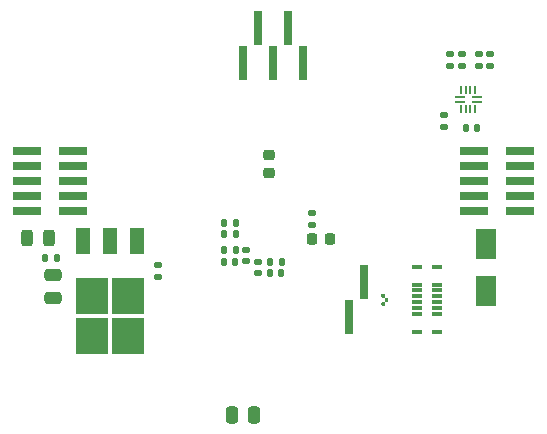
<source format=gbr>
%TF.GenerationSoftware,KiCad,Pcbnew,(6.0.9)*%
%TF.CreationDate,2023-01-25T10:50:16+01:00*%
%TF.ProjectId,BatteryManagementBoard,42617474-6572-4794-9d61-6e6167656d65,rev?*%
%TF.SameCoordinates,Original*%
%TF.FileFunction,Paste,Top*%
%TF.FilePolarity,Positive*%
%FSLAX46Y46*%
G04 Gerber Fmt 4.6, Leading zero omitted, Abs format (unit mm)*
G04 Created by KiCad (PCBNEW (6.0.9)) date 2023-01-25 10:50:16*
%MOMM*%
%LPD*%
G01*
G04 APERTURE LIST*
G04 Aperture macros list*
%AMRoundRect*
0 Rectangle with rounded corners*
0 $1 Rounding radius*
0 $2 $3 $4 $5 $6 $7 $8 $9 X,Y pos of 4 corners*
0 Add a 4 corners polygon primitive as box body*
4,1,4,$2,$3,$4,$5,$6,$7,$8,$9,$2,$3,0*
0 Add four circle primitives for the rounded corners*
1,1,$1+$1,$2,$3*
1,1,$1+$1,$4,$5*
1,1,$1+$1,$6,$7*
1,1,$1+$1,$8,$9*
0 Add four rect primitives between the rounded corners*
20,1,$1+$1,$2,$3,$4,$5,0*
20,1,$1+$1,$4,$5,$6,$7,0*
20,1,$1+$1,$6,$7,$8,$9,0*
20,1,$1+$1,$8,$9,$2,$3,0*%
G04 Aperture macros list end*
%ADD10C,0.010000*%
%ADD11RoundRect,0.225000X-0.225000X-0.250000X0.225000X-0.250000X0.225000X0.250000X-0.225000X0.250000X0*%
%ADD12RoundRect,0.135000X0.135000X0.185000X-0.135000X0.185000X-0.135000X-0.185000X0.135000X-0.185000X0*%
%ADD13RoundRect,0.140000X-0.140000X-0.170000X0.140000X-0.170000X0.140000X0.170000X-0.140000X0.170000X0*%
%ADD14RoundRect,0.050000X0.375000X0.050000X-0.375000X0.050000X-0.375000X-0.050000X0.375000X-0.050000X0*%
%ADD15RoundRect,0.050000X0.050000X0.275000X-0.050000X0.275000X-0.050000X-0.275000X0.050000X-0.275000X0*%
%ADD16RoundRect,0.140000X0.140000X0.170000X-0.140000X0.170000X-0.140000X-0.170000X0.140000X-0.170000X0*%
%ADD17R,0.870000X0.300000*%
%ADD18RoundRect,0.140000X-0.170000X0.140000X-0.170000X-0.140000X0.170000X-0.140000X0.170000X0.140000X0*%
%ADD19RoundRect,0.225000X0.250000X-0.225000X0.250000X0.225000X-0.250000X0.225000X-0.250000X-0.225000X0*%
%ADD20R,1.800000X2.500000*%
%ADD21R,2.400000X0.740000*%
%ADD22RoundRect,0.250000X-0.475000X0.250000X-0.475000X-0.250000X0.475000X-0.250000X0.475000X0.250000X0*%
%ADD23RoundRect,0.135000X-0.185000X0.135000X-0.185000X-0.135000X0.185000X-0.135000X0.185000X0.135000X0*%
%ADD24R,0.650000X3.000000*%
%ADD25RoundRect,0.135000X-0.135000X-0.185000X0.135000X-0.185000X0.135000X0.185000X-0.135000X0.185000X0*%
%ADD26RoundRect,0.243750X-0.243750X-0.456250X0.243750X-0.456250X0.243750X0.456250X-0.243750X0.456250X0*%
%ADD27RoundRect,0.135000X0.185000X-0.135000X0.185000X0.135000X-0.185000X0.135000X-0.185000X-0.135000X0*%
%ADD28RoundRect,0.250000X-0.250000X-0.475000X0.250000X-0.475000X0.250000X0.475000X-0.250000X0.475000X0*%
%ADD29R,2.750000X3.050000*%
%ADD30R,1.200000X2.200000*%
G04 APERTURE END LIST*
%TO.C,D202*%
G36*
X159613000Y-109896000D02*
G01*
X159615000Y-109896000D01*
X159618000Y-109897000D01*
X159620000Y-109897000D01*
X159623000Y-109898000D01*
X159625000Y-109899000D01*
X159628000Y-109900000D01*
X159630000Y-109902000D01*
X159632000Y-109903000D01*
X159634000Y-109905000D01*
X159636000Y-109906000D01*
X159644000Y-109914000D01*
X159645000Y-109916000D01*
X159647000Y-109918000D01*
X159648000Y-109920000D01*
X159650000Y-109922000D01*
X159651000Y-109925000D01*
X159652000Y-109927000D01*
X159653000Y-109930000D01*
X159653000Y-109932000D01*
X159654000Y-109935000D01*
X159654000Y-109937000D01*
X159655000Y-109940000D01*
X159655000Y-110060000D01*
X159654000Y-110063000D01*
X159654000Y-110065000D01*
X159653000Y-110068000D01*
X159653000Y-110070000D01*
X159652000Y-110073000D01*
X159651000Y-110075000D01*
X159650000Y-110078000D01*
X159648000Y-110080000D01*
X159647000Y-110082000D01*
X159645000Y-110084000D01*
X159644000Y-110086000D01*
X159636000Y-110094000D01*
X159634000Y-110095000D01*
X159632000Y-110097000D01*
X159630000Y-110098000D01*
X159628000Y-110100000D01*
X159625000Y-110101000D01*
X159623000Y-110102000D01*
X159620000Y-110103000D01*
X159618000Y-110103000D01*
X159615000Y-110104000D01*
X159613000Y-110104000D01*
X159610000Y-110105000D01*
X159490000Y-110105000D01*
X159487000Y-110104000D01*
X159485000Y-110104000D01*
X159482000Y-110103000D01*
X159480000Y-110103000D01*
X159477000Y-110102000D01*
X159475000Y-110101000D01*
X159472000Y-110100000D01*
X159470000Y-110098000D01*
X159468000Y-110097000D01*
X159466000Y-110095000D01*
X159464000Y-110094000D01*
X159456000Y-110086000D01*
X159455000Y-110084000D01*
X159453000Y-110082000D01*
X159452000Y-110080000D01*
X159450000Y-110078000D01*
X159449000Y-110075000D01*
X159448000Y-110073000D01*
X159447000Y-110070000D01*
X159447000Y-110068000D01*
X159446000Y-110065000D01*
X159446000Y-110063000D01*
X159445000Y-110060000D01*
X159445000Y-109940000D01*
X159446000Y-109937000D01*
X159446000Y-109935000D01*
X159447000Y-109932000D01*
X159447000Y-109930000D01*
X159448000Y-109927000D01*
X159449000Y-109925000D01*
X159450000Y-109922000D01*
X159452000Y-109920000D01*
X159453000Y-109918000D01*
X159455000Y-109916000D01*
X159456000Y-109914000D01*
X159464000Y-109906000D01*
X159466000Y-109905000D01*
X159468000Y-109903000D01*
X159470000Y-109902000D01*
X159472000Y-109900000D01*
X159475000Y-109899000D01*
X159477000Y-109898000D01*
X159480000Y-109897000D01*
X159482000Y-109897000D01*
X159485000Y-109896000D01*
X159487000Y-109896000D01*
X159490000Y-109895000D01*
X159610000Y-109895000D01*
X159613000Y-109896000D01*
G37*
D10*
X159613000Y-109896000D02*
X159615000Y-109896000D01*
X159618000Y-109897000D01*
X159620000Y-109897000D01*
X159623000Y-109898000D01*
X159625000Y-109899000D01*
X159628000Y-109900000D01*
X159630000Y-109902000D01*
X159632000Y-109903000D01*
X159634000Y-109905000D01*
X159636000Y-109906000D01*
X159644000Y-109914000D01*
X159645000Y-109916000D01*
X159647000Y-109918000D01*
X159648000Y-109920000D01*
X159650000Y-109922000D01*
X159651000Y-109925000D01*
X159652000Y-109927000D01*
X159653000Y-109930000D01*
X159653000Y-109932000D01*
X159654000Y-109935000D01*
X159654000Y-109937000D01*
X159655000Y-109940000D01*
X159655000Y-110060000D01*
X159654000Y-110063000D01*
X159654000Y-110065000D01*
X159653000Y-110068000D01*
X159653000Y-110070000D01*
X159652000Y-110073000D01*
X159651000Y-110075000D01*
X159650000Y-110078000D01*
X159648000Y-110080000D01*
X159647000Y-110082000D01*
X159645000Y-110084000D01*
X159644000Y-110086000D01*
X159636000Y-110094000D01*
X159634000Y-110095000D01*
X159632000Y-110097000D01*
X159630000Y-110098000D01*
X159628000Y-110100000D01*
X159625000Y-110101000D01*
X159623000Y-110102000D01*
X159620000Y-110103000D01*
X159618000Y-110103000D01*
X159615000Y-110104000D01*
X159613000Y-110104000D01*
X159610000Y-110105000D01*
X159490000Y-110105000D01*
X159487000Y-110104000D01*
X159485000Y-110104000D01*
X159482000Y-110103000D01*
X159480000Y-110103000D01*
X159477000Y-110102000D01*
X159475000Y-110101000D01*
X159472000Y-110100000D01*
X159470000Y-110098000D01*
X159468000Y-110097000D01*
X159466000Y-110095000D01*
X159464000Y-110094000D01*
X159456000Y-110086000D01*
X159455000Y-110084000D01*
X159453000Y-110082000D01*
X159452000Y-110080000D01*
X159450000Y-110078000D01*
X159449000Y-110075000D01*
X159448000Y-110073000D01*
X159447000Y-110070000D01*
X159447000Y-110068000D01*
X159446000Y-110065000D01*
X159446000Y-110063000D01*
X159445000Y-110060000D01*
X159445000Y-109940000D01*
X159446000Y-109937000D01*
X159446000Y-109935000D01*
X159447000Y-109932000D01*
X159447000Y-109930000D01*
X159448000Y-109927000D01*
X159449000Y-109925000D01*
X159450000Y-109922000D01*
X159452000Y-109920000D01*
X159453000Y-109918000D01*
X159455000Y-109916000D01*
X159456000Y-109914000D01*
X159464000Y-109906000D01*
X159466000Y-109905000D01*
X159468000Y-109903000D01*
X159470000Y-109902000D01*
X159472000Y-109900000D01*
X159475000Y-109899000D01*
X159477000Y-109898000D01*
X159480000Y-109897000D01*
X159482000Y-109897000D01*
X159485000Y-109896000D01*
X159487000Y-109896000D01*
X159490000Y-109895000D01*
X159610000Y-109895000D01*
X159613000Y-109896000D01*
G36*
X159313000Y-109556000D02*
G01*
X159315000Y-109556000D01*
X159318000Y-109557000D01*
X159320000Y-109557000D01*
X159323000Y-109558000D01*
X159325000Y-109559000D01*
X159328000Y-109560000D01*
X159330000Y-109562000D01*
X159332000Y-109563000D01*
X159334000Y-109565000D01*
X159336000Y-109566000D01*
X159344000Y-109574000D01*
X159345000Y-109576000D01*
X159347000Y-109578000D01*
X159348000Y-109580000D01*
X159350000Y-109582000D01*
X159351000Y-109585000D01*
X159352000Y-109587000D01*
X159353000Y-109590000D01*
X159353000Y-109592000D01*
X159354000Y-109595000D01*
X159354000Y-109597000D01*
X159355000Y-109600000D01*
X159355000Y-109720000D01*
X159354000Y-109723000D01*
X159354000Y-109725000D01*
X159353000Y-109728000D01*
X159353000Y-109730000D01*
X159352000Y-109733000D01*
X159351000Y-109735000D01*
X159350000Y-109738000D01*
X159348000Y-109740000D01*
X159347000Y-109742000D01*
X159345000Y-109744000D01*
X159344000Y-109746000D01*
X159336000Y-109754000D01*
X159334000Y-109755000D01*
X159332000Y-109757000D01*
X159330000Y-109758000D01*
X159328000Y-109760000D01*
X159325000Y-109761000D01*
X159323000Y-109762000D01*
X159320000Y-109763000D01*
X159318000Y-109763000D01*
X159315000Y-109764000D01*
X159313000Y-109764000D01*
X159310000Y-109765000D01*
X159190000Y-109765000D01*
X159187000Y-109764000D01*
X159185000Y-109764000D01*
X159182000Y-109763000D01*
X159180000Y-109763000D01*
X159177000Y-109762000D01*
X159175000Y-109761000D01*
X159172000Y-109760000D01*
X159170000Y-109758000D01*
X159168000Y-109757000D01*
X159166000Y-109755000D01*
X159164000Y-109754000D01*
X159156000Y-109746000D01*
X159155000Y-109744000D01*
X159153000Y-109742000D01*
X159152000Y-109740000D01*
X159150000Y-109738000D01*
X159149000Y-109735000D01*
X159148000Y-109733000D01*
X159147000Y-109730000D01*
X159147000Y-109728000D01*
X159146000Y-109725000D01*
X159146000Y-109723000D01*
X159145000Y-109720000D01*
X159145000Y-109600000D01*
X159146000Y-109597000D01*
X159146000Y-109595000D01*
X159147000Y-109592000D01*
X159147000Y-109590000D01*
X159148000Y-109587000D01*
X159149000Y-109585000D01*
X159150000Y-109582000D01*
X159152000Y-109580000D01*
X159153000Y-109578000D01*
X159155000Y-109576000D01*
X159156000Y-109574000D01*
X159164000Y-109566000D01*
X159166000Y-109565000D01*
X159168000Y-109563000D01*
X159170000Y-109562000D01*
X159172000Y-109560000D01*
X159175000Y-109559000D01*
X159177000Y-109558000D01*
X159180000Y-109557000D01*
X159182000Y-109557000D01*
X159185000Y-109556000D01*
X159187000Y-109556000D01*
X159190000Y-109555000D01*
X159310000Y-109555000D01*
X159313000Y-109556000D01*
G37*
X159313000Y-109556000D02*
X159315000Y-109556000D01*
X159318000Y-109557000D01*
X159320000Y-109557000D01*
X159323000Y-109558000D01*
X159325000Y-109559000D01*
X159328000Y-109560000D01*
X159330000Y-109562000D01*
X159332000Y-109563000D01*
X159334000Y-109565000D01*
X159336000Y-109566000D01*
X159344000Y-109574000D01*
X159345000Y-109576000D01*
X159347000Y-109578000D01*
X159348000Y-109580000D01*
X159350000Y-109582000D01*
X159351000Y-109585000D01*
X159352000Y-109587000D01*
X159353000Y-109590000D01*
X159353000Y-109592000D01*
X159354000Y-109595000D01*
X159354000Y-109597000D01*
X159355000Y-109600000D01*
X159355000Y-109720000D01*
X159354000Y-109723000D01*
X159354000Y-109725000D01*
X159353000Y-109728000D01*
X159353000Y-109730000D01*
X159352000Y-109733000D01*
X159351000Y-109735000D01*
X159350000Y-109738000D01*
X159348000Y-109740000D01*
X159347000Y-109742000D01*
X159345000Y-109744000D01*
X159344000Y-109746000D01*
X159336000Y-109754000D01*
X159334000Y-109755000D01*
X159332000Y-109757000D01*
X159330000Y-109758000D01*
X159328000Y-109760000D01*
X159325000Y-109761000D01*
X159323000Y-109762000D01*
X159320000Y-109763000D01*
X159318000Y-109763000D01*
X159315000Y-109764000D01*
X159313000Y-109764000D01*
X159310000Y-109765000D01*
X159190000Y-109765000D01*
X159187000Y-109764000D01*
X159185000Y-109764000D01*
X159182000Y-109763000D01*
X159180000Y-109763000D01*
X159177000Y-109762000D01*
X159175000Y-109761000D01*
X159172000Y-109760000D01*
X159170000Y-109758000D01*
X159168000Y-109757000D01*
X159166000Y-109755000D01*
X159164000Y-109754000D01*
X159156000Y-109746000D01*
X159155000Y-109744000D01*
X159153000Y-109742000D01*
X159152000Y-109740000D01*
X159150000Y-109738000D01*
X159149000Y-109735000D01*
X159148000Y-109733000D01*
X159147000Y-109730000D01*
X159147000Y-109728000D01*
X159146000Y-109725000D01*
X159146000Y-109723000D01*
X159145000Y-109720000D01*
X159145000Y-109600000D01*
X159146000Y-109597000D01*
X159146000Y-109595000D01*
X159147000Y-109592000D01*
X159147000Y-109590000D01*
X159148000Y-109587000D01*
X159149000Y-109585000D01*
X159150000Y-109582000D01*
X159152000Y-109580000D01*
X159153000Y-109578000D01*
X159155000Y-109576000D01*
X159156000Y-109574000D01*
X159164000Y-109566000D01*
X159166000Y-109565000D01*
X159168000Y-109563000D01*
X159170000Y-109562000D01*
X159172000Y-109560000D01*
X159175000Y-109559000D01*
X159177000Y-109558000D01*
X159180000Y-109557000D01*
X159182000Y-109557000D01*
X159185000Y-109556000D01*
X159187000Y-109556000D01*
X159190000Y-109555000D01*
X159310000Y-109555000D01*
X159313000Y-109556000D01*
G36*
X159313000Y-110236000D02*
G01*
X159315000Y-110236000D01*
X159318000Y-110237000D01*
X159320000Y-110237000D01*
X159323000Y-110238000D01*
X159325000Y-110239000D01*
X159328000Y-110240000D01*
X159330000Y-110242000D01*
X159332000Y-110243000D01*
X159334000Y-110245000D01*
X159336000Y-110246000D01*
X159344000Y-110254000D01*
X159345000Y-110256000D01*
X159347000Y-110258000D01*
X159348000Y-110260000D01*
X159350000Y-110262000D01*
X159351000Y-110265000D01*
X159352000Y-110267000D01*
X159353000Y-110270000D01*
X159353000Y-110272000D01*
X159354000Y-110275000D01*
X159354000Y-110277000D01*
X159355000Y-110280000D01*
X159355000Y-110400000D01*
X159354000Y-110403000D01*
X159354000Y-110405000D01*
X159353000Y-110408000D01*
X159353000Y-110410000D01*
X159352000Y-110413000D01*
X159351000Y-110415000D01*
X159350000Y-110418000D01*
X159348000Y-110420000D01*
X159347000Y-110422000D01*
X159345000Y-110424000D01*
X159344000Y-110426000D01*
X159336000Y-110434000D01*
X159334000Y-110435000D01*
X159332000Y-110437000D01*
X159330000Y-110438000D01*
X159328000Y-110440000D01*
X159325000Y-110441000D01*
X159323000Y-110442000D01*
X159320000Y-110443000D01*
X159318000Y-110443000D01*
X159315000Y-110444000D01*
X159313000Y-110444000D01*
X159310000Y-110445000D01*
X159190000Y-110445000D01*
X159187000Y-110444000D01*
X159185000Y-110444000D01*
X159182000Y-110443000D01*
X159180000Y-110443000D01*
X159177000Y-110442000D01*
X159175000Y-110441000D01*
X159172000Y-110440000D01*
X159170000Y-110438000D01*
X159168000Y-110437000D01*
X159166000Y-110435000D01*
X159164000Y-110434000D01*
X159156000Y-110426000D01*
X159155000Y-110424000D01*
X159153000Y-110422000D01*
X159152000Y-110420000D01*
X159150000Y-110418000D01*
X159149000Y-110415000D01*
X159148000Y-110413000D01*
X159147000Y-110410000D01*
X159147000Y-110408000D01*
X159146000Y-110405000D01*
X159146000Y-110403000D01*
X159145000Y-110400000D01*
X159145000Y-110280000D01*
X159146000Y-110277000D01*
X159146000Y-110275000D01*
X159147000Y-110272000D01*
X159147000Y-110270000D01*
X159148000Y-110267000D01*
X159149000Y-110265000D01*
X159150000Y-110262000D01*
X159152000Y-110260000D01*
X159153000Y-110258000D01*
X159155000Y-110256000D01*
X159156000Y-110254000D01*
X159164000Y-110246000D01*
X159166000Y-110245000D01*
X159168000Y-110243000D01*
X159170000Y-110242000D01*
X159172000Y-110240000D01*
X159175000Y-110239000D01*
X159177000Y-110238000D01*
X159180000Y-110237000D01*
X159182000Y-110237000D01*
X159185000Y-110236000D01*
X159187000Y-110236000D01*
X159190000Y-110235000D01*
X159310000Y-110235000D01*
X159313000Y-110236000D01*
G37*
X159313000Y-110236000D02*
X159315000Y-110236000D01*
X159318000Y-110237000D01*
X159320000Y-110237000D01*
X159323000Y-110238000D01*
X159325000Y-110239000D01*
X159328000Y-110240000D01*
X159330000Y-110242000D01*
X159332000Y-110243000D01*
X159334000Y-110245000D01*
X159336000Y-110246000D01*
X159344000Y-110254000D01*
X159345000Y-110256000D01*
X159347000Y-110258000D01*
X159348000Y-110260000D01*
X159350000Y-110262000D01*
X159351000Y-110265000D01*
X159352000Y-110267000D01*
X159353000Y-110270000D01*
X159353000Y-110272000D01*
X159354000Y-110275000D01*
X159354000Y-110277000D01*
X159355000Y-110280000D01*
X159355000Y-110400000D01*
X159354000Y-110403000D01*
X159354000Y-110405000D01*
X159353000Y-110408000D01*
X159353000Y-110410000D01*
X159352000Y-110413000D01*
X159351000Y-110415000D01*
X159350000Y-110418000D01*
X159348000Y-110420000D01*
X159347000Y-110422000D01*
X159345000Y-110424000D01*
X159344000Y-110426000D01*
X159336000Y-110434000D01*
X159334000Y-110435000D01*
X159332000Y-110437000D01*
X159330000Y-110438000D01*
X159328000Y-110440000D01*
X159325000Y-110441000D01*
X159323000Y-110442000D01*
X159320000Y-110443000D01*
X159318000Y-110443000D01*
X159315000Y-110444000D01*
X159313000Y-110444000D01*
X159310000Y-110445000D01*
X159190000Y-110445000D01*
X159187000Y-110444000D01*
X159185000Y-110444000D01*
X159182000Y-110443000D01*
X159180000Y-110443000D01*
X159177000Y-110442000D01*
X159175000Y-110441000D01*
X159172000Y-110440000D01*
X159170000Y-110438000D01*
X159168000Y-110437000D01*
X159166000Y-110435000D01*
X159164000Y-110434000D01*
X159156000Y-110426000D01*
X159155000Y-110424000D01*
X159153000Y-110422000D01*
X159152000Y-110420000D01*
X159150000Y-110418000D01*
X159149000Y-110415000D01*
X159148000Y-110413000D01*
X159147000Y-110410000D01*
X159147000Y-110408000D01*
X159146000Y-110405000D01*
X159146000Y-110403000D01*
X159145000Y-110400000D01*
X159145000Y-110280000D01*
X159146000Y-110277000D01*
X159146000Y-110275000D01*
X159147000Y-110272000D01*
X159147000Y-110270000D01*
X159148000Y-110267000D01*
X159149000Y-110265000D01*
X159150000Y-110262000D01*
X159152000Y-110260000D01*
X159153000Y-110258000D01*
X159155000Y-110256000D01*
X159156000Y-110254000D01*
X159164000Y-110246000D01*
X159166000Y-110245000D01*
X159168000Y-110243000D01*
X159170000Y-110242000D01*
X159172000Y-110240000D01*
X159175000Y-110239000D01*
X159177000Y-110238000D01*
X159180000Y-110237000D01*
X159182000Y-110237000D01*
X159185000Y-110236000D01*
X159187000Y-110236000D01*
X159190000Y-110235000D01*
X159310000Y-110235000D01*
X159313000Y-110236000D01*
%TD*%
D11*
%TO.C,C326*%
X153225000Y-104900000D03*
X154775000Y-104900000D03*
%TD*%
D12*
%TO.C,R309*%
X146810000Y-103500000D03*
X145790000Y-103500000D03*
%TD*%
D13*
%TO.C,C330*%
X145820000Y-106800000D03*
X146780000Y-106800000D03*
%TD*%
D14*
%TO.C,U501*%
X167205000Y-93280000D03*
X167205000Y-92880000D03*
D15*
X167080000Y-92255000D03*
X166680000Y-92255000D03*
X166280000Y-92255000D03*
X165880000Y-92255000D03*
D14*
X165755000Y-92880000D03*
X165755000Y-93280000D03*
D15*
X165880000Y-93905000D03*
X166280000Y-93905000D03*
X166680000Y-93905000D03*
X167080000Y-93905000D03*
%TD*%
D16*
%TO.C,C501*%
X167230000Y-95500000D03*
X166270000Y-95500000D03*
%TD*%
D12*
%TO.C,R401*%
X131710000Y-106500000D03*
X130690000Y-106500000D03*
%TD*%
D17*
%TO.C,J201*%
X163865000Y-107250000D03*
X163865000Y-108750000D03*
X163865000Y-109250000D03*
X163865000Y-109750000D03*
X163865000Y-110250000D03*
X163865000Y-110750000D03*
X163865000Y-111250000D03*
X163865000Y-112750000D03*
X162135000Y-112750000D03*
X162135000Y-111250000D03*
X162135000Y-110750000D03*
X162135000Y-110250000D03*
X162135000Y-109750000D03*
X162135000Y-109250000D03*
X162135000Y-108750000D03*
X162135000Y-107250000D03*
%TD*%
D18*
%TO.C,C327*%
X148700000Y-106820000D03*
X148700000Y-107780000D03*
%TD*%
%TO.C,C402*%
X140250000Y-107120000D03*
X140250000Y-108080000D03*
%TD*%
D19*
%TO.C,C331*%
X149600000Y-99300000D03*
X149600000Y-97750000D03*
%TD*%
D12*
%TO.C,R314*%
X150710000Y-106800000D03*
X149690000Y-106800000D03*
%TD*%
D20*
%TO.C,D201*%
X168000000Y-109300000D03*
X168000000Y-105300000D03*
%TD*%
D21*
%TO.C,J205*%
X133050000Y-102540000D03*
X129150000Y-102540000D03*
X133050000Y-101270000D03*
X129150000Y-101270000D03*
X133050000Y-100000000D03*
X129150000Y-100000000D03*
X133050000Y-98730000D03*
X129150000Y-98730000D03*
X133050000Y-97460000D03*
X129150000Y-97460000D03*
%TD*%
D22*
%TO.C,C403*%
X131300000Y-107950000D03*
X131300000Y-109850000D03*
%TD*%
D23*
%TO.C,R308*%
X153300000Y-102690000D03*
X153300000Y-103710000D03*
%TD*%
%TO.C,R506*%
X164440000Y-94420000D03*
X164440000Y-95440000D03*
%TD*%
D24*
%TO.C,J206*%
X157635000Y-108500000D03*
X156365000Y-111500000D03*
%TD*%
D23*
%TO.C,R502*%
X164970000Y-89250000D03*
X164970000Y-90270000D03*
%TD*%
D25*
%TO.C,R311*%
X145790000Y-104500000D03*
X146810000Y-104500000D03*
%TD*%
D26*
%TO.C,D401*%
X129162500Y-104800000D03*
X131037500Y-104800000D03*
%TD*%
D27*
%TO.C,R503*%
X168370000Y-90260000D03*
X168370000Y-89240000D03*
%TD*%
D23*
%TO.C,R504*%
X167370000Y-89230000D03*
X167370000Y-90250000D03*
%TD*%
D27*
%TO.C,R501*%
X166000000Y-90270000D03*
X166000000Y-89250000D03*
%TD*%
D25*
%TO.C,R315*%
X145790000Y-105800000D03*
X146810000Y-105800000D03*
%TD*%
D21*
%TO.C,J203*%
X170850000Y-102540000D03*
X166950000Y-102540000D03*
X170850000Y-101270000D03*
X166950000Y-101270000D03*
X170850000Y-100000000D03*
X166950000Y-100000000D03*
X170850000Y-98730000D03*
X166950000Y-98730000D03*
X170850000Y-97460000D03*
X166950000Y-97460000D03*
%TD*%
D28*
%TO.C,C324*%
X146450000Y-119800000D03*
X148350000Y-119800000D03*
%TD*%
D18*
%TO.C,C329*%
X147700000Y-105820000D03*
X147700000Y-106780000D03*
%TD*%
D24*
%TO.C,J207*%
X147460000Y-90000000D03*
X148730000Y-87000000D03*
X150000000Y-90000000D03*
X151270000Y-87000000D03*
X152540000Y-90000000D03*
%TD*%
D16*
%TO.C,C328*%
X150680000Y-107800000D03*
X149720000Y-107800000D03*
%TD*%
D29*
%TO.C,U401*%
X134625000Y-113075000D03*
X134625000Y-109725000D03*
X137675000Y-109725000D03*
X137675000Y-113075000D03*
D30*
X138430000Y-105100000D03*
X136150000Y-105100000D03*
X133870000Y-105100000D03*
%TD*%
M02*

</source>
